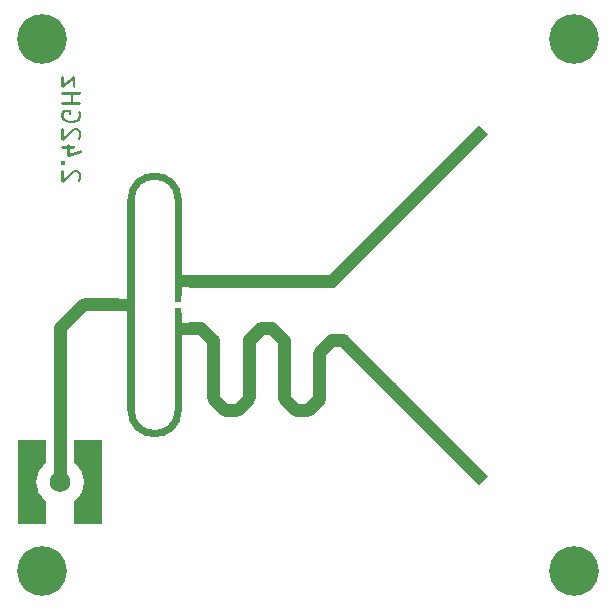
<source format=gbl>
G04 ========================BEGIN FILE IDENTIFICATION RECORD===============*
G04 File Format : GERBER RS274X*
G04 File Origin : Ansoft Designer*
G04 =====THIS FILE CONTAINS GERBER DATA FOR LAYERS  signal_low*
G04 Design Name /home/ubuntu/Ansoft/repo/patch_2_42GHz/gerber/patch_and_splitter_sma*
%FSLAX55Y55*MOMM*%
%ADD10C, 0.900000*%
%ADD11C, 4.200000*%
%ADD12C, 0.900000*%
%ADD13C, 0.900000*%
%ADD14R, 1.000000X1.100000*%
%ADD15R, 0.600000X0.600000*%
%ADD16C, 1.730000*%
%ADD17C, 0.400000*%
G75*
%LPD*%G36*
G01X738891Y661109D02*
G03X661109Y738891I-38891J38891D01*
G01X661109Y738891D01*
G01X177218Y255000D01*
G01X-1000000Y255000D01*
G03X-1000000Y145000I0J-55000D01*
G01X-1000000Y145000D01*
G01X222782Y145000D01*
G01X738891Y661109D01*
G37*
G36*
G01X661109Y-738891D02*
G03X738891Y-661109I38891J38891D01*
G01X738891Y-661109D01*
G01X338891Y-261109D01*
G03X300000Y-245000I-38891J-38891D01*
G01X300000Y-245000D01*
G01X200000Y-245000D01*
G03X161109Y-261109I0J-55000D01*
G01X161109Y-261109D01*
G01X61109Y-361109D01*
G03X45000Y-400000I38891J-38891D01*
G01X45000Y-400000D01*
G01X45000Y-770718D01*
G01X-22782Y-838500D01*
G01X-77218Y-838500D01*
G01X-145000Y-770718D01*
G01X-145000Y-300000D01*
G03X-161109Y-261109I-55000J0D01*
G01X-161109Y-261109D01*
G01X-261109Y-161109D01*
G03X-300000Y-145000I-38891J-38891D01*
G01X-300000Y-145000D01*
G01X-400000Y-145000D01*
G03X-438891Y-161109I0J-55000D01*
G01X-438891Y-161109D01*
G01X-538891Y-261109D01*
G03X-555000Y-300000I38891J-38891D01*
G01X-555000Y-300000D01*
G01X-555000Y-770718D01*
G01X-622782Y-838500D01*
G01X-677218Y-838500D01*
G01X-745000Y-770718D01*
G01X-745000Y-300000D01*
G03X-761109Y-261109I-55000J0D01*
G01X-761109Y-261109D01*
G01X-861109Y-161109D01*
G03X-900000Y-145000I-38891J-38891D01*
G01X-900000Y-145000D01*
G01X-1000000Y-145000D01*
G03X-1000000Y-255000I0J-55000D01*
G01X-1000000Y-255000D01*
G01X-922782Y-255000D01*
G01X-855000Y-322782D01*
G01X-855000Y-793500D01*
G03X-838891Y-832391I55000J0D01*
G01X-838891Y-832391D01*
G01X-738891Y-932391D01*
G03X-700000Y-948500I38891J38891D01*
G01X-700000Y-948500D01*
G01X-600000Y-948500D01*
G03X-561109Y-932391I0J55000D01*
G01X-561109Y-932391D01*
G01X-461109Y-832391D01*
G03X-445000Y-793500I-38891J38891D01*
G01X-445000Y-793500D01*
G01X-445000Y-322782D01*
G01X-377218Y-255000D01*
G01X-322782Y-255000D01*
G01X-255000Y-322782D01*
G01X-255000Y-793500D01*
G03X-238891Y-832391I55000J0D01*
G01X-238891Y-832391D01*
G01X-138891Y-932391D01*
G03X-100000Y-948500I38891J38891D01*
G01X-100000Y-948500D01*
G01X0Y-948500D01*
G03X38891Y-932391I0J55000D01*
G01X38891Y-932391D01*
G01X138891Y-832391D01*
G03X155000Y-793500I-38891J38891D01*
G01X155000Y-793500D01*
G01X155000Y-422782D01*
G01X222782Y-355000D01*
G01X277218Y-355000D01*
G01X661109Y-738891D01*
G37*
G36*
G01X-1600000Y-55000D02*
G03X-1600000Y55000I0J55000D01*
G01X-1600000Y55000D01*
G01X-1900000Y55000D01*
G03X-1938891Y38891I0J-55000D01*
G01X-1938891Y38891D01*
G01X-2138891Y-161109D01*
G03X-2155000Y-200000I38891J-38891D01*
G01X-2155000Y-200000D01*
G01X-2155000Y-1500000D01*
G03X-2045000Y-1500000I55000J0D01*
G01X-2045000Y-1500000D01*
G01X-2045000Y-222782D01*
G01X-1877218Y-55000D01*
G01X-1600000Y-55000D01*
G37*
G54D10*
X-2400000Y-1800000D03*
G54D11*
X-2250000Y2250000D03*
G54D11*
X-2250000Y-2250000D03*
G54D11*
X2250000Y2250000D03*
G54D11*
X2250000Y-2250000D03*
G54D12*
X-2400000Y-1600000D03*
G54D13*
X-2400000Y-1400000D03*
G54D13*
X-2400000Y-1200000D03*
G54D13*
X-1800000Y-1200000D03*
G54D13*
X-1800000Y-1400000D03*
G54D12*
X-1800000Y-1600000D03*
G54D10*
X-1800000Y-1800000D03*
G36*
G01X-1530805Y-890000D02*
G03X-1469195Y-890000I30805J0D01*
G01X-1469195Y-890000D01*
G01X-1469195Y0D01*
G03X-1530805Y0I-30805J0D01*
G01X-1530805Y0D01*
G01X-1530805Y-890000D01*
G37*
G36*
G01X-1130195Y890000D02*
G03X-1069805Y890000I30195J0D01*
G01X-1069805Y890000D01*
G03X-1530195Y890000I-230195J0D01*
G01X-1530195Y890000D01*
G03X-1469805Y890000I30195J0D01*
G01X-1469805Y890000D01*
G02X-1130195Y890000I169805J0D01*
G01X-1130195Y890000D01*
G37*
G36*
G01X-1130195Y80000D02*
G03X-1069805Y80000I30195J0D01*
G01X-1069805Y80000D01*
G01X-1069805Y890000D01*
G03X-1130195Y890000I-30195J0D01*
G01X-1130195Y890000D01*
G01X-1130195Y80000D01*
G37*
G36*
G01X-1469195Y-890000D02*
G03X-1530805Y-890000I-30805J0D01*
G01X-1530805Y-890000D01*
G03X-1069195Y-890000I230805J0D01*
G01X-1069195Y-890000D01*
G03X-1130805Y-890000I-30805J0D01*
G01X-1130805Y-890000D01*
G02X-1469195Y-890000I-169195J0D01*
G01X-1469195Y-890000D01*
G37*
G36*
G01X-1069195Y-80000D02*
G03X-1130805Y-80000I-30805J0D01*
G01X-1130805Y-80000D01*
G01X-1130805Y-890000D01*
G03X-1069195Y-890000I30805J0D01*
G01X-1069195Y-890000D01*
G01X-1069195Y-80000D01*
G37*
G54D14*
X-1550000Y0D03*
G54D14*
X-1050000Y200000D03*
G54D14*
X-1050000Y-200000D03*
G36*
G01X-1530195Y0D02*
G03X-1469805Y0I30195J0D01*
G01X-1469805Y0D01*
G01X-1469805Y890000D01*
G03X-1530195Y890000I-30195J0D01*
G01X-1530195Y890000D01*
G01X-1530195Y0D01*
G37*
G54D15*
X-1100000Y50000D03*
G54D15*
X-1100000Y-50000D03*
G36*
G01X1523815Y1446033D02*
G01X1446033Y1523815D01*
G01X661109Y738891D01*
G01X738891Y661109D01*
G01X1523815Y1446033D01*
G37*
G36*
G01X1446033Y-1523815D02*
G01X1523815Y-1446033D01*
G01X738891Y-661109D01*
G01X661109Y-738891D01*
G01X1446033Y-1523815D01*
G37*
G36*
G01X-1979500Y-1665227D02*
G01X-1979500Y-1855500D01*
G01X-1744500Y-1855500D01*
G01X-1744500Y-1144500D01*
G01X-1979500Y-1144500D01*
G01X-1979500Y-1334773D01*
G02X-1895500Y-1500000I-120500J-165227D01*
G01X-1895500Y-1500000D01*
G02X-1979500Y-1665227I-204500J0D01*
G01X-1979500Y-1665227D01*
G37*
G36*
G01X-2455500Y-1144500D02*
G01X-2455500Y-1855500D01*
G01X-2220500Y-1855500D01*
G01X-2220500Y-1665227D01*
G02X-2304500Y-1500000I120500J165227D01*
G01X-2304500Y-1500000D01*
G02X-2220500Y-1334773I204500J0D01*
G01X-2220500Y-1334773D01*
G01X-2220500Y-1144500D01*
G01X-2455500Y-1144500D01*
G37*
G54D16*
X-2100000Y-1500000D03*
G36*
G01X-1937299Y1041239D02*
G02X-1951441Y1055381I-7071J7071D01*
G01X-1951441Y1055381D01*
G01X-1945448Y1061375D01*
G01X-1940080Y1072102D01*
G01X-1940080Y1103088D01*
G01X-1945448Y1113815D01*
G01X-1950294Y1118661D01*
G01X-1961011Y1124020D01*
G01X-1971318Y1124020D01*
G01X-1988969Y1118139D01*
G01X-2073009Y1034099D01*
G02X-2090080Y1041170I-7071J7071D01*
G01X-2090080Y1041170D01*
G01X-2090080Y1134020D01*
G02X-2070080Y1134020I10000J0D01*
G01X-2070080Y1134020D01*
G01X-2070080Y1065312D01*
G01X-2001441Y1133951D01*
G02X-1997531Y1136367I7071J-7071D01*
G01X-1997531Y1136367D01*
G01X-1976101Y1143507D01*
G02X-1972940Y1144020I3161J-9487D01*
G01X-1972940Y1144020D01*
G01X-1958650Y1144020D01*
G02X-1954178Y1142964I0J-10000D01*
G01X-1954178Y1142964D01*
G01X-1939898Y1135824D01*
G02X-1937299Y1133951I-4472J-8944D01*
G01X-1937299Y1133951D01*
G01X-1930159Y1126811D01*
G02X-1928287Y1124215I-7071J-7071D01*
G01X-1928287Y1124215D01*
G01X-1921137Y1109925D01*
G02X-1920080Y1105450I-8943J-4475D01*
G01X-1920080Y1105450D01*
G01X-1920080Y1069740D01*
G02X-1921137Y1065265I-10000J0D01*
G01X-1921137Y1065265D01*
G01X-1928287Y1050975D01*
G02X-1930159Y1048379I-8943J4475D01*
G01X-1930159Y1048379D01*
G01X-1937299Y1041239D01*
G37*
G36*
G01X-1926103Y1307797D02*
G02X-1919777Y1288823I3163J-9487D01*
G01X-1919777Y1288823D01*
G01X-2026917Y1253103D01*
G02X-2040080Y1262590I-3163J9487D01*
G01X-2040080Y1262590D01*
G01X-2040080Y1355450D01*
G02X-2020080Y1355450I10000J0D01*
G01X-2020080Y1355450D01*
G01X-2020080Y1276465D01*
G01X-1926103Y1307797D01*
G37*
G36*
G01X-1980080Y1344020D02*
G02X-1980080Y1324020I0J-10000D01*
G01X-1980080Y1324020D01*
G01X-2080080Y1324020D01*
G02X-2080080Y1344020I0J10000D01*
G01X-2080080Y1344020D01*
G01X-1980080Y1344020D01*
G37*
G36*
G01X-1937299Y1398379D02*
G02X-1951441Y1412521I-7071J7071D01*
G01X-1951441Y1412521D01*
G01X-1945448Y1418515D01*
G01X-1940080Y1429242D01*
G01X-1940080Y1460228D01*
G01X-1945448Y1470955D01*
G01X-1950296Y1475803D01*
G01X-1961014Y1481170D01*
G01X-1971316Y1481170D01*
G01X-1988967Y1475281D01*
G01X-2073009Y1391239D01*
G02X-2090080Y1398310I-7071J7071D01*
G01X-2090080Y1398310D01*
G01X-2090080Y1491170D01*
G02X-2070080Y1491170I10000J0D01*
G01X-2070080Y1491170D01*
G01X-2070080Y1422452D01*
G01X-2001441Y1491091D01*
G02X-1997535Y1493506I7071J-7071D01*
G01X-1997535Y1493506D01*
G01X-1976105Y1500656D01*
G02X-1972940Y1501170I3165J-9486D01*
G01X-1972940Y1501170D01*
G01X-1958650Y1501170D01*
G02X-1954173Y1500112I0J-10000D01*
G01X-1954173Y1500112D01*
G01X-1939893Y1492962D01*
G02X-1937299Y1491091I-4477J-8942D01*
G01X-1937299Y1491091D01*
G01X-1930159Y1483951D01*
G02X-1928287Y1481355I-7071J-7071D01*
G01X-1928287Y1481355D01*
G01X-1921137Y1467065D01*
G02X-1920080Y1462590I-8943J-4475D01*
G01X-1920080Y1462590D01*
G01X-1920080Y1426880D01*
G02X-1921137Y1422405I-10000J0D01*
G01X-1921137Y1422405D01*
G01X-1928287Y1408115D01*
G02X-1930159Y1405519I-8943J4475D01*
G01X-1930159Y1405519D01*
G01X-1937299Y1398379D01*
G37*
G36*
G01X-2005800Y1612590D02*
G02X-2025800Y1612590I-10000J0D01*
G01X-2025800Y1612590D01*
G01X-2025800Y1631170D01*
G01X-2061654Y1631170D01*
G01X-2064198Y1628622D01*
G01X-2070080Y1610968D01*
G01X-2070080Y1599932D01*
G01X-2064199Y1582281D01*
G01X-2052726Y1570809D01*
G01X-2040880Y1564885D01*
G01X-2014569Y1558310D01*
G01X-1995601Y1558310D01*
G01X-1969289Y1564886D01*
G01X-1957434Y1570809D01*
G01X-1945970Y1582281D01*
G01X-1940080Y1599934D01*
G01X-1940080Y1617376D01*
G01X-1946172Y1629543D01*
G02X-1928288Y1638497I8942J4477D01*
G01X-1928288Y1638497D01*
G01X-1921138Y1624217D01*
G02X-1920080Y1619740I-8942J-4477D01*
G01X-1920080Y1619740D01*
G01X-1920080Y1598310D01*
G02X-1920594Y1595145I-10000J0D01*
G01X-1920594Y1595145D01*
G01X-1927744Y1573715D01*
G02X-1930156Y1569811I-9486J3165D01*
G01X-1930156Y1569811D01*
G01X-1944436Y1555521D01*
G02X-1947040Y1553644I-7074J7069D01*
G01X-1947040Y1553644D01*
G01X-1961330Y1546504D01*
G02X-1963375Y1545748I-4470J8946D01*
G01X-1963375Y1545748D01*
G01X-1991945Y1538608D01*
G02X-1994370Y1538310I-2425J9702D01*
G01X-1994370Y1538310D01*
G01X-2015800Y1538310D01*
G02X-2018225Y1538608I0J10000D01*
G01X-2018225Y1538608D01*
G01X-2046795Y1545748D01*
G02X-2048842Y1546506I2425J9702D01*
G01X-2048842Y1546506D01*
G01X-2063122Y1553646D01*
G02X-2065721Y1555519I4472J8944D01*
G01X-2065721Y1555519D01*
G01X-2080011Y1569809D01*
G02X-2082427Y1573719I7071J7071D01*
G01X-2082427Y1573719D01*
G01X-2089567Y1595149D01*
G02X-2090080Y1598310I9487J3161D01*
G01X-2090080Y1598310D01*
G01X-2090080Y1612590D01*
G02X-2089567Y1615751I10000J0D01*
G01X-2089567Y1615751D01*
G01X-2082427Y1637181D01*
G02X-2080016Y1641086I9487J-3161D01*
G01X-2080016Y1641086D01*
G01X-2072876Y1648236D01*
G02X-2065800Y1651170I7076J-7066D01*
G01X-2065800Y1651170D01*
G01X-2015800Y1651170D01*
G02X-2005800Y1641170I0J-10000D01*
G01X-2005800Y1641170D01*
G01X-2005800Y1612590D01*
G37*
G36*
G01X-1930080Y1715450D02*
G02X-1930080Y1695450I0J-10000D01*
G01X-1930080Y1695450D01*
G01X-2080080Y1695450D01*
G02X-2080080Y1715450I0J10000D01*
G01X-2080080Y1715450D01*
G01X-1930080Y1715450D01*
G37*
G36*
G01X-1991510Y1705450D02*
G02X-2011510Y1705450I-10000J0D01*
G01X-2011510Y1705450D01*
G01X-2011510Y1791170D01*
G02X-1991510Y1791170I10000J0D01*
G01X-1991510Y1791170D01*
G01X-1991510Y1705450D01*
G37*
G36*
G01X-1930080Y1801170D02*
G02X-1930080Y1781170I0J-10000D01*
G01X-1930080Y1781170D01*
G01X-2080080Y1781170D01*
G02X-2080080Y1801170I0J10000D01*
G01X-2080080Y1801170D01*
G01X-1930080Y1801170D01*
G37*
G36*
G01X-1970080Y1848310D02*
G02X-1990080Y1848310I-10000J0D01*
G01X-1990080Y1848310D01*
G01X-1990080Y1906306D01*
G01X-2073902Y1840447D01*
G02X-2090080Y1848310I-6178J7863D01*
G01X-2090080Y1848310D01*
G01X-2090080Y1926880D01*
G02X-2070080Y1926880I10000J0D01*
G01X-2070080Y1926880D01*
G01X-2070080Y1868884D01*
G01X-1986258Y1934743D01*
G02X-1970080Y1926880I6178J-7863D01*
G01X-1970080Y1926880D01*
G01X-1970080Y1848310D01*
G37*
G54D17*
X-2072940Y1198310D03*
M02*

</source>
